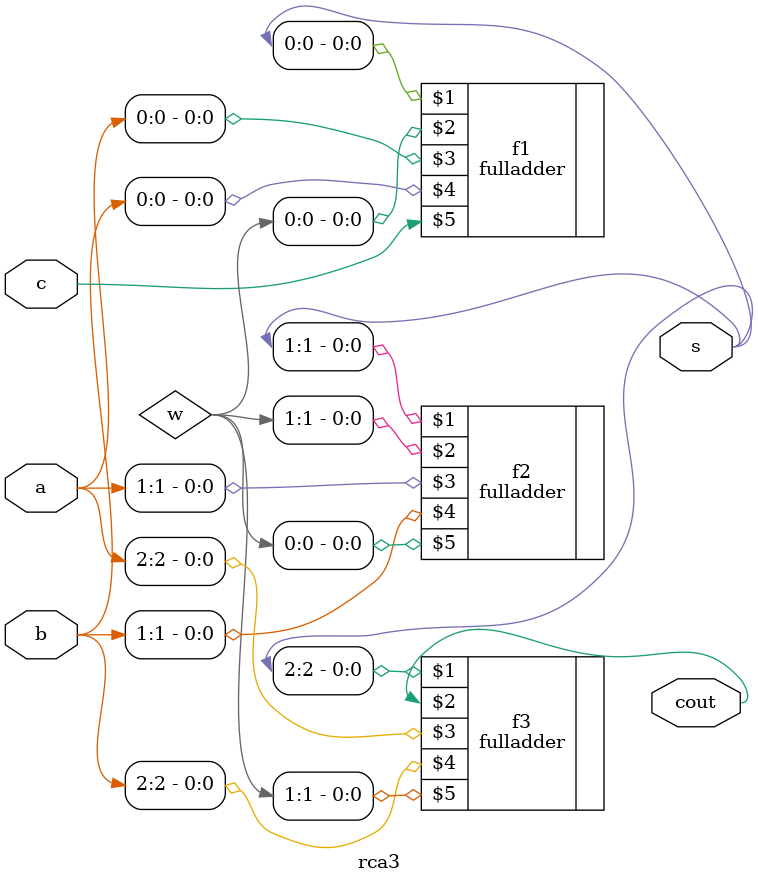
<source format=v>
module rca3(s,cout,a,b,c);

input [2:0]a,b;
input c;
output [2:0]s;
output cout;
wire [1:0]w;

fulladder f1(s[0],w[0],a[0],b[0],c);
fulladder f2(s[1],w[1],a[1],b[1],w[0]);
fulladder f3(s[2],cout,a[2],b[2],w[1]);

endmodule


</source>
